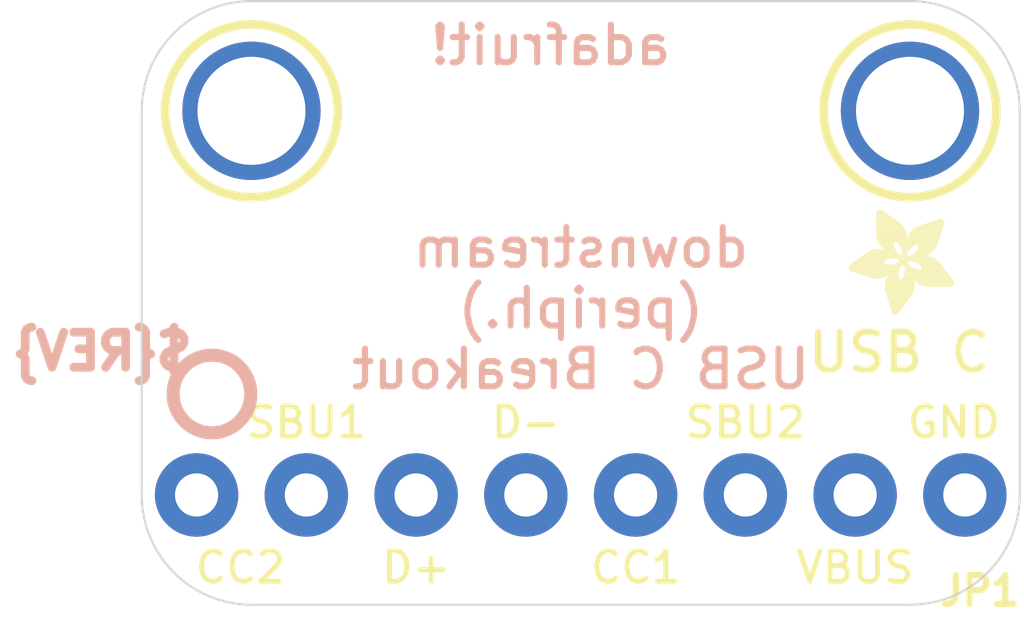
<source format=kicad_pcb>
(kicad_pcb (version 20221018) (generator pcbnew)
  (layers (0 "F.Cu" signal) (31 "B.Cu" signal) (34 "B.Paste" user) (35 "F.Paste" user) (36 "B.SilkS" user "B.Silkscreen") (37 "F.SilkS" user "F.Silkscreen") (38 "B.Mask" user) (39 "F.Mask" user) (44 "Edge.Cuts" user))
  (net 0 "")
  (net 1 "VBUS")
  (net 2 "GND")
  (net 3 "D+")
  (net 4 "D-")
  (net 5 "CC1")
  (net 6 "CC2")
  (net 7 "SBU1")
  (net 8 "SBU2")
  (footprint "Adafruit USB Type C Downstream Breakout rev B:ADAFRUIT_2.5MM" (layer "F.Cu") (at 157.1371 102.8446 180)
    (fp_text reference "U$3" hide)
    (fp_text value "" hide)
  )
  (footprint "Adafruit USB Type C Downstream Breakout rev B:1X08_ROUND_76" (layer "F.Cu") (at 148.5011 109.4486 180)
    (fp_text reference "JP1" (at -10.2362 -1.8288 180) (layer "F.SilkS") (effects (font (size 0.666496 0.666496) (thickness 0.146304)) (justify right top)))
    (fp_text value "")
    (pad "1" thru_hole circle (at -8.89 0 270) (size 1.9304 1.9304) (drill 1) (layers "*.Cu" "*.Mask") (net 2 "GND"))
    (pad "2" thru_hole circle (at -6.35 0 270) (size 1.9304 1.9304) (drill 1) (layers "*.Cu" "*.Mask") (net 1 "VBUS"))
    (pad "3" thru_hole circle (at -3.81 0 270) (size 1.9304 1.9304) (drill 1) (layers "*.Cu" "*.Mask") (net 8 "SBU2"))
    (pad "4" thru_hole circle (at -1.27 0 270) (size 1.9304 1.9304) (drill 1) (layers "*.Cu" "*.Mask") (net 5 "CC1"))
    (pad "5" thru_hole circle (at 1.27 0 270) (size 1.9304 1.9304) (drill 1) (layers "*.Cu" "*.Mask") (net 4 "D-"))
    (pad "6" thru_hole circle (at 3.81 0 270) (size 1.9304 1.9304) (drill 1) (layers "*.Cu" "*.Mask") (net 3 "D+"))
    (pad "7" thru_hole circle (at 6.35 0 270) (size 1.9304 1.9304) (drill 1) (layers "*.Cu" "*.Mask") (net 7 "SBU1"))
    (pad "8" thru_hole circle (at 8.89 0 270) (size 1.9304 1.9304) (drill 1) (layers "*.Cu" "*.Mask") (net 6 "CC2"))
  )
  (footprint "Adafruit USB Type C Downstream Breakout rev B:MOUNTINGHOLE_2.5_PLATED" (layer "F.Cu") (at 156.1211 100.5586 180)
    (fp_text reference "U$1" hide)
    (fp_text value "MOUNTINGHOLE2.5" hide)
    (pad "P$1" thru_hole circle (at 0 0 180) (size 3.2 3.2) (drill 2.5) (layers "*.Cu" "*.Mask"))
  )
  (footprint "Adafruit USB Type C Downstream Breakout rev B:MOUNTINGHOLE_2.5_PLATED" (layer "F.Cu") (at 140.8811 100.5586 180)
    (fp_text reference "U$2" hide)
    (fp_text value "MOUNTINGHOLE2.5" hide)
    (pad "P$1" thru_hole circle (at 0 0 180) (size 3.2 3.2) (drill 2.5) (layers "*.Cu" "*.Mask"))
  )
  (footprint "Adafruit USB Type C Downstream Breakout rev B:PCBFEAT-REV-040" (layer "B.Cu") (at 139.9667 107.1118)
    (fp_text reference "U$8" hide)
    (fp_text value "" hide)
    (fp_text user "${REV}" (at -0.3556 -0.508 180) (layer "B.SilkS") (effects (font (size 0.8128 0.8128) (thickness 0.2032)) (justify left bottom mirror)))
  )
  (gr_arc (start 140.8811 111.9886) (mid 139.085049 111.244651) (end 138.3411 109.4486) (stroke (width 0.05)) (layer "Edge.Cuts"))
  (gr_arc (start 158.6611 109.4486) (mid 157.917151 111.244651) (end 156.1211 111.9886) (stroke (width 0.05)) (layer "Edge.Cuts"))
  (gr_line (start 140.8811 98.0186) (end 156.1211 98.0186) (stroke (width 0.05)) (layer "Edge.Cuts"))
  (gr_line (start 138.3411 109.4486) (end 138.3411 100.5586) (stroke (width 0.05)) (layer "Edge.Cuts"))
  (gr_line (start 158.6611 100.5586) (end 158.6611 109.4486) (stroke (width 0.05)) (layer "Edge.Cuts"))
  (gr_arc (start 138.3411 100.5586) (mid 139.085049 98.762549) (end 140.8811 98.0186) (stroke (width 0.05)) (layer "Edge.Cuts"))
  (gr_arc (start 156.1211 98.0186) (mid 157.917151 98.762549) (end 158.6611 100.5586) (stroke (width 0.05)) (layer "Edge.Cuts"))
  (gr_line (start 156.1211 111.9886) (end 140.8811 111.9886) (stroke (width 0.05)) (layer "Edge.Cuts"))
  (gr_text "adafruit!" (at 144.9451 98.5266) (layer "B.SilkS") (effects (font (size 0.87376 0.87376) (thickness 0.14224)) (justify right top mirror)))
  (gr_text "downstream\n(periph.)\nUSB C Breakout" (at 148.5011 105.1306) (layer "B.SilkS") (effects (font (size 0.87376 0.87376) (thickness 0.14224)) (justify mirror)))
  (gr_text "SBU2" (at 152.3111 108.1786) (layer "F.SilkS") (effects (font (size 0.699008 0.699008) (thickness 0.113792)) (justify bottom)))
  (gr_text "SBU1" (at 142.1511 108.1786) (layer "F.SilkS") (effects (font (size 0.699008 0.699008) (thickness 0.113792)) (justify bottom)))
  (gr_text "D+" (at 144.6911 110.7186) (layer "F.SilkS") (effects (font (size 0.699008 0.699008) (thickness 0.113792)) (justify top)))
  (gr_text "VBUS" (at 154.8511 110.7186) (layer "F.SilkS") (effects (font (size 0.699008 0.699008) (thickness 0.113792)) (justify top)))
  (gr_text "D-" (at 147.2311 108.1786) (layer "F.SilkS") (effects (font (size 0.699008 0.699008) (thickness 0.113792)) (justify bottom)))
  (gr_text "GND" (at 157.1371 108.1786) (layer "F.SilkS") (effects (font (size 0.699008 0.699008) (thickness 0.113792)) (justify bottom)))
  (gr_text "CC1" (at 149.7711 110.7186) (layer "F.SilkS") (effects (font (size 0.699008 0.699008) (thickness 0.113792)) (justify top)))
  (gr_text "USB C" (at 155.8671 105.6386) (layer "F.SilkS") (effects (font (size 0.87376 0.87376) (thickness 0.14224)) (justify top)))
  (gr_text "CC2" (at 140.6271 110.7186) (layer "F.SilkS") (effects (font (size 0.699008 0.699008) (thickness 0.113792)) (justify top)))
)
</source>
